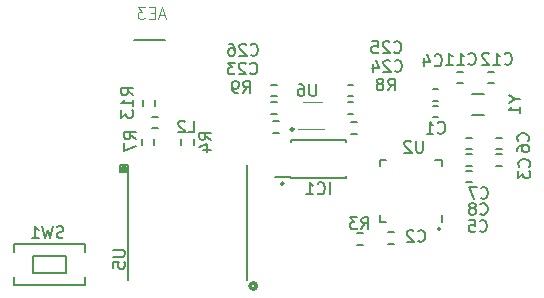
<source format=gbo>
G04 #@! TF.FileFunction,Legend,Bot*
%FSLAX46Y46*%
G04 Gerber Fmt 4.6, Leading zero omitted, Abs format (unit mm)*
G04 Created by KiCad (PCBNEW 4.0.5+dfsg1-4) date Tue Oct  2 15:16:33 2018*
%MOMM*%
%LPD*%
G01*
G04 APERTURE LIST*
%ADD10C,0.100000*%
%ADD11C,0.300000*%
%ADD12C,0.200000*%
%ADD13C,0.127000*%
%ADD14C,0.150000*%
%ADD15C,0.120000*%
%ADD16C,0.050000*%
G04 APERTURE END LIST*
D10*
D11*
X154046023Y-113310000D02*
G75*
G03X154046023Y-113310000I-86023J0D01*
G01*
D12*
X153271327Y-117900000D02*
G75*
G03X153271327Y-117900000I-151327J0D01*
G01*
D11*
X150944008Y-126570000D02*
G75*
G03X150944008Y-126570000I-264008J0D01*
G01*
D12*
X166540000Y-121740000D02*
G75*
G03X166540000Y-121740000I-120000J0D01*
G01*
D13*
X140600000Y-105700000D02*
X143200000Y-105700000D01*
D14*
X153875000Y-117425000D02*
X153875000Y-117325000D01*
X158525000Y-117425000D02*
X158525000Y-117225000D01*
X158525000Y-114175000D02*
X158525000Y-114375000D01*
X153875000Y-114175000D02*
X153875000Y-114375000D01*
X153875000Y-117425000D02*
X158525000Y-117425000D01*
X153875000Y-114175000D02*
X158525000Y-114175000D01*
X153875000Y-117325000D02*
X152525000Y-117325000D01*
D12*
X139880000Y-116900000D02*
X139880000Y-116500000D01*
X139880000Y-116500000D02*
X139530000Y-116500000D01*
X139530000Y-116500000D02*
X139530000Y-116800000D01*
X139530000Y-116800000D02*
X139730000Y-116800000D01*
X139730000Y-116800000D02*
X139730000Y-116600000D01*
X139730000Y-116600000D02*
X139630000Y-116600000D01*
X140030000Y-116350000D02*
X139380000Y-116350000D01*
X139380000Y-116350000D02*
X139380000Y-116950000D01*
X139380000Y-116950000D02*
X140030000Y-116950000D01*
X150130000Y-126050000D02*
X150130000Y-116350000D01*
X140030000Y-124400000D02*
X140030000Y-116350000D01*
X140030000Y-126050000D02*
X140030000Y-124400000D01*
D14*
X166350000Y-112275000D02*
X165850000Y-112275000D01*
X165850000Y-111325000D02*
X166350000Y-111325000D01*
X162050000Y-122025000D02*
X162550000Y-122025000D01*
X162550000Y-122975000D02*
X162050000Y-122975000D01*
X171750000Y-116375000D02*
X171250000Y-116375000D01*
X171250000Y-115425000D02*
X171750000Y-115425000D01*
X171750000Y-114975000D02*
X171250000Y-114975000D01*
X171250000Y-114025000D02*
X171750000Y-114025000D01*
X169150000Y-114975000D02*
X168650000Y-114975000D01*
X168650000Y-114025000D02*
X169150000Y-114025000D01*
X169150000Y-116375000D02*
X168650000Y-116375000D01*
X168650000Y-115425000D02*
X169150000Y-115425000D01*
X167950000Y-108425000D02*
X168450000Y-108425000D01*
X168450000Y-109375000D02*
X167950000Y-109375000D01*
X170550000Y-108425000D02*
X171050000Y-108425000D01*
X171050000Y-109375000D02*
X170550000Y-109375000D01*
X152150000Y-111025000D02*
X152650000Y-111025000D01*
X152650000Y-111975000D02*
X152150000Y-111975000D01*
X158650000Y-111025000D02*
X159150000Y-111025000D01*
X159150000Y-111975000D02*
X158650000Y-111975000D01*
X158650000Y-109525000D02*
X159150000Y-109525000D01*
X159150000Y-110475000D02*
X158650000Y-110475000D01*
X152150000Y-109525000D02*
X152650000Y-109525000D01*
X152650000Y-110475000D02*
X152150000Y-110475000D01*
X159450000Y-122075000D02*
X159950000Y-122075000D01*
X159950000Y-123125000D02*
X159450000Y-123125000D01*
X158950000Y-112675000D02*
X159450000Y-112675000D01*
X159450000Y-113725000D02*
X158950000Y-113725000D01*
X152850000Y-113625000D02*
X152350000Y-113625000D01*
X152350000Y-112575000D02*
X152850000Y-112575000D01*
X132000000Y-125450000D02*
X134800000Y-125450000D01*
X134800000Y-125450000D02*
X134800000Y-124050000D01*
X134800000Y-124050000D02*
X132000000Y-124050000D01*
X132000000Y-124050000D02*
X132000000Y-125450000D01*
X136400000Y-126500000D02*
X136400000Y-125850000D01*
X136400000Y-123000000D02*
X136400000Y-123650000D01*
X130400000Y-123650000D02*
X130400000Y-123000000D01*
X130400000Y-126500000D02*
X130400000Y-125850000D01*
X136400000Y-126500000D02*
X130400000Y-126500000D01*
X130400000Y-123000000D02*
X136400000Y-123000000D01*
X166625000Y-115875000D02*
X166100000Y-115875000D01*
X161375000Y-121125000D02*
X161900000Y-121125000D01*
X161375000Y-115875000D02*
X161900000Y-115875000D01*
X166625000Y-121125000D02*
X166625000Y-120600000D01*
X161375000Y-121125000D02*
X161375000Y-120600000D01*
X161375000Y-115875000D02*
X161375000Y-116400000D01*
X166625000Y-115875000D02*
X166625000Y-116400000D01*
D15*
X156700000Y-113250000D02*
X154500000Y-113250000D01*
X156500000Y-110950000D02*
X154900000Y-110950000D01*
D14*
X169200000Y-110300000D02*
X170200000Y-110300000D01*
X169200000Y-112100000D02*
X170200000Y-112100000D01*
X166350000Y-110875000D02*
X165850000Y-110875000D01*
X165850000Y-109925000D02*
X166350000Y-109925000D01*
X169150000Y-117775000D02*
X168650000Y-117775000D01*
X168650000Y-116825000D02*
X169150000Y-116825000D01*
X142090000Y-112225000D02*
X142590000Y-112225000D01*
X142590000Y-113175000D02*
X142090000Y-113175000D01*
X144575000Y-114600000D02*
X144575000Y-114100000D01*
X145625000Y-114100000D02*
X145625000Y-114600000D01*
X141255000Y-114590000D02*
X141255000Y-114090000D01*
X142305000Y-114090000D02*
X142305000Y-114590000D01*
X141325000Y-111300000D02*
X141325000Y-110800000D01*
X142375000Y-110800000D02*
X142375000Y-111300000D01*
D16*
X143219793Y-103667113D02*
X142742327Y-103667113D01*
X143315287Y-103953593D02*
X142981060Y-102950913D01*
X142646833Y-103953593D01*
X142312607Y-103428380D02*
X141978380Y-103428380D01*
X141835140Y-103953593D02*
X142312607Y-103953593D01*
X142312607Y-102950913D01*
X141835140Y-102950913D01*
X141500913Y-102950913D02*
X140880206Y-102950913D01*
X141214433Y-103332887D01*
X141071193Y-103332887D01*
X140975700Y-103380633D01*
X140927953Y-103428380D01*
X140880206Y-103523873D01*
X140880206Y-103762607D01*
X140927953Y-103858100D01*
X140975700Y-103905847D01*
X141071193Y-103953593D01*
X141357673Y-103953593D01*
X141453166Y-103905847D01*
X141500913Y-103858100D01*
D14*
X157176190Y-118802381D02*
X157176190Y-117802381D01*
X156128571Y-118707143D02*
X156176190Y-118754762D01*
X156319047Y-118802381D01*
X156414285Y-118802381D01*
X156557143Y-118754762D01*
X156652381Y-118659524D01*
X156700000Y-118564286D01*
X156747619Y-118373810D01*
X156747619Y-118230952D01*
X156700000Y-118040476D01*
X156652381Y-117945238D01*
X156557143Y-117850000D01*
X156414285Y-117802381D01*
X156319047Y-117802381D01*
X156176190Y-117850000D01*
X156128571Y-117897619D01*
X155176190Y-118802381D02*
X155747619Y-118802381D01*
X155461905Y-118802381D02*
X155461905Y-117802381D01*
X155557143Y-117945238D01*
X155652381Y-118040476D01*
X155747619Y-118088095D01*
X138802381Y-123518095D02*
X139611905Y-123518095D01*
X139707143Y-123565714D01*
X139754762Y-123613333D01*
X139802381Y-123708571D01*
X139802381Y-123899048D01*
X139754762Y-123994286D01*
X139707143Y-124041905D01*
X139611905Y-124089524D01*
X138802381Y-124089524D01*
X138802381Y-125041905D02*
X138802381Y-124565714D01*
X139278571Y-124518095D01*
X139230952Y-124565714D01*
X139183333Y-124660952D01*
X139183333Y-124899048D01*
X139230952Y-124994286D01*
X139278571Y-125041905D01*
X139373810Y-125089524D01*
X139611905Y-125089524D01*
X139707143Y-125041905D01*
X139754762Y-124994286D01*
X139802381Y-124899048D01*
X139802381Y-124660952D01*
X139754762Y-124565714D01*
X139707143Y-124518095D01*
X166296666Y-113567143D02*
X166344285Y-113614762D01*
X166487142Y-113662381D01*
X166582380Y-113662381D01*
X166725238Y-113614762D01*
X166820476Y-113519524D01*
X166868095Y-113424286D01*
X166915714Y-113233810D01*
X166915714Y-113090952D01*
X166868095Y-112900476D01*
X166820476Y-112805238D01*
X166725238Y-112710000D01*
X166582380Y-112662381D01*
X166487142Y-112662381D01*
X166344285Y-112710000D01*
X166296666Y-112757619D01*
X165344285Y-113662381D02*
X165915714Y-113662381D01*
X165630000Y-113662381D02*
X165630000Y-112662381D01*
X165725238Y-112805238D01*
X165820476Y-112900476D01*
X165915714Y-112948095D01*
X164616666Y-122737143D02*
X164664285Y-122784762D01*
X164807142Y-122832381D01*
X164902380Y-122832381D01*
X165045238Y-122784762D01*
X165140476Y-122689524D01*
X165188095Y-122594286D01*
X165235714Y-122403810D01*
X165235714Y-122260952D01*
X165188095Y-122070476D01*
X165140476Y-121975238D01*
X165045238Y-121880000D01*
X164902380Y-121832381D01*
X164807142Y-121832381D01*
X164664285Y-121880000D01*
X164616666Y-121927619D01*
X164235714Y-121927619D02*
X164188095Y-121880000D01*
X164092857Y-121832381D01*
X163854761Y-121832381D01*
X163759523Y-121880000D01*
X163711904Y-121927619D01*
X163664285Y-122022857D01*
X163664285Y-122118095D01*
X163711904Y-122260952D01*
X164283333Y-122832381D01*
X163664285Y-122832381D01*
X174017143Y-116463334D02*
X174064762Y-116415715D01*
X174112381Y-116272858D01*
X174112381Y-116177620D01*
X174064762Y-116034762D01*
X173969524Y-115939524D01*
X173874286Y-115891905D01*
X173683810Y-115844286D01*
X173540952Y-115844286D01*
X173350476Y-115891905D01*
X173255238Y-115939524D01*
X173160000Y-116034762D01*
X173112381Y-116177620D01*
X173112381Y-116272858D01*
X173160000Y-116415715D01*
X173207619Y-116463334D01*
X173112381Y-116796667D02*
X173112381Y-117415715D01*
X173493333Y-117082381D01*
X173493333Y-117225239D01*
X173540952Y-117320477D01*
X173588571Y-117368096D01*
X173683810Y-117415715D01*
X173921905Y-117415715D01*
X174017143Y-117368096D01*
X174064762Y-117320477D01*
X174112381Y-117225239D01*
X174112381Y-116939524D01*
X174064762Y-116844286D01*
X174017143Y-116796667D01*
X173927143Y-114273334D02*
X173974762Y-114225715D01*
X174022381Y-114082858D01*
X174022381Y-113987620D01*
X173974762Y-113844762D01*
X173879524Y-113749524D01*
X173784286Y-113701905D01*
X173593810Y-113654286D01*
X173450952Y-113654286D01*
X173260476Y-113701905D01*
X173165238Y-113749524D01*
X173070000Y-113844762D01*
X173022381Y-113987620D01*
X173022381Y-114082858D01*
X173070000Y-114225715D01*
X173117619Y-114273334D01*
X173022381Y-115130477D02*
X173022381Y-114940000D01*
X173070000Y-114844762D01*
X173117619Y-114797143D01*
X173260476Y-114701905D01*
X173450952Y-114654286D01*
X173831905Y-114654286D01*
X173927143Y-114701905D01*
X173974762Y-114749524D01*
X174022381Y-114844762D01*
X174022381Y-115035239D01*
X173974762Y-115130477D01*
X173927143Y-115178096D01*
X173831905Y-115225715D01*
X173593810Y-115225715D01*
X173498571Y-115178096D01*
X173450952Y-115130477D01*
X173403333Y-115035239D01*
X173403333Y-114844762D01*
X173450952Y-114749524D01*
X173498571Y-114701905D01*
X173593810Y-114654286D01*
X169926666Y-119097143D02*
X169974285Y-119144762D01*
X170117142Y-119192381D01*
X170212380Y-119192381D01*
X170355238Y-119144762D01*
X170450476Y-119049524D01*
X170498095Y-118954286D01*
X170545714Y-118763810D01*
X170545714Y-118620952D01*
X170498095Y-118430476D01*
X170450476Y-118335238D01*
X170355238Y-118240000D01*
X170212380Y-118192381D01*
X170117142Y-118192381D01*
X169974285Y-118240000D01*
X169926666Y-118287619D01*
X169593333Y-118192381D02*
X168926666Y-118192381D01*
X169355238Y-119192381D01*
X169886666Y-120447143D02*
X169934285Y-120494762D01*
X170077142Y-120542381D01*
X170172380Y-120542381D01*
X170315238Y-120494762D01*
X170410476Y-120399524D01*
X170458095Y-120304286D01*
X170505714Y-120113810D01*
X170505714Y-119970952D01*
X170458095Y-119780476D01*
X170410476Y-119685238D01*
X170315238Y-119590000D01*
X170172380Y-119542381D01*
X170077142Y-119542381D01*
X169934285Y-119590000D01*
X169886666Y-119637619D01*
X169315238Y-119970952D02*
X169410476Y-119923333D01*
X169458095Y-119875714D01*
X169505714Y-119780476D01*
X169505714Y-119732857D01*
X169458095Y-119637619D01*
X169410476Y-119590000D01*
X169315238Y-119542381D01*
X169124761Y-119542381D01*
X169029523Y-119590000D01*
X168981904Y-119637619D01*
X168934285Y-119732857D01*
X168934285Y-119780476D01*
X168981904Y-119875714D01*
X169029523Y-119923333D01*
X169124761Y-119970952D01*
X169315238Y-119970952D01*
X169410476Y-120018571D01*
X169458095Y-120066190D01*
X169505714Y-120161429D01*
X169505714Y-120351905D01*
X169458095Y-120447143D01*
X169410476Y-120494762D01*
X169315238Y-120542381D01*
X169124761Y-120542381D01*
X169029523Y-120494762D01*
X168981904Y-120447143D01*
X168934285Y-120351905D01*
X168934285Y-120161429D01*
X168981904Y-120066190D01*
X169029523Y-120018571D01*
X169124761Y-119970952D01*
X168892857Y-107757143D02*
X168940476Y-107804762D01*
X169083333Y-107852381D01*
X169178571Y-107852381D01*
X169321429Y-107804762D01*
X169416667Y-107709524D01*
X169464286Y-107614286D01*
X169511905Y-107423810D01*
X169511905Y-107280952D01*
X169464286Y-107090476D01*
X169416667Y-106995238D01*
X169321429Y-106900000D01*
X169178571Y-106852381D01*
X169083333Y-106852381D01*
X168940476Y-106900000D01*
X168892857Y-106947619D01*
X167940476Y-107852381D02*
X168511905Y-107852381D01*
X168226191Y-107852381D02*
X168226191Y-106852381D01*
X168321429Y-106995238D01*
X168416667Y-107090476D01*
X168511905Y-107138095D01*
X166988095Y-107852381D02*
X167559524Y-107852381D01*
X167273810Y-107852381D02*
X167273810Y-106852381D01*
X167369048Y-106995238D01*
X167464286Y-107090476D01*
X167559524Y-107138095D01*
X171952857Y-107737143D02*
X172000476Y-107784762D01*
X172143333Y-107832381D01*
X172238571Y-107832381D01*
X172381429Y-107784762D01*
X172476667Y-107689524D01*
X172524286Y-107594286D01*
X172571905Y-107403810D01*
X172571905Y-107260952D01*
X172524286Y-107070476D01*
X172476667Y-106975238D01*
X172381429Y-106880000D01*
X172238571Y-106832381D01*
X172143333Y-106832381D01*
X172000476Y-106880000D01*
X171952857Y-106927619D01*
X171000476Y-107832381D02*
X171571905Y-107832381D01*
X171286191Y-107832381D02*
X171286191Y-106832381D01*
X171381429Y-106975238D01*
X171476667Y-107070476D01*
X171571905Y-107118095D01*
X170619524Y-106927619D02*
X170571905Y-106880000D01*
X170476667Y-106832381D01*
X170238571Y-106832381D01*
X170143333Y-106880000D01*
X170095714Y-106927619D01*
X170048095Y-107022857D01*
X170048095Y-107118095D01*
X170095714Y-107260952D01*
X170667143Y-107832381D01*
X170048095Y-107832381D01*
X150402857Y-108567143D02*
X150450476Y-108614762D01*
X150593333Y-108662381D01*
X150688571Y-108662381D01*
X150831429Y-108614762D01*
X150926667Y-108519524D01*
X150974286Y-108424286D01*
X151021905Y-108233810D01*
X151021905Y-108090952D01*
X150974286Y-107900476D01*
X150926667Y-107805238D01*
X150831429Y-107710000D01*
X150688571Y-107662381D01*
X150593333Y-107662381D01*
X150450476Y-107710000D01*
X150402857Y-107757619D01*
X150021905Y-107757619D02*
X149974286Y-107710000D01*
X149879048Y-107662381D01*
X149640952Y-107662381D01*
X149545714Y-107710000D01*
X149498095Y-107757619D01*
X149450476Y-107852857D01*
X149450476Y-107948095D01*
X149498095Y-108090952D01*
X150069524Y-108662381D01*
X149450476Y-108662381D01*
X149117143Y-107662381D02*
X148498095Y-107662381D01*
X148831429Y-108043333D01*
X148688571Y-108043333D01*
X148593333Y-108090952D01*
X148545714Y-108138571D01*
X148498095Y-108233810D01*
X148498095Y-108471905D01*
X148545714Y-108567143D01*
X148593333Y-108614762D01*
X148688571Y-108662381D01*
X148974286Y-108662381D01*
X149069524Y-108614762D01*
X149117143Y-108567143D01*
X162642857Y-108347143D02*
X162690476Y-108394762D01*
X162833333Y-108442381D01*
X162928571Y-108442381D01*
X163071429Y-108394762D01*
X163166667Y-108299524D01*
X163214286Y-108204286D01*
X163261905Y-108013810D01*
X163261905Y-107870952D01*
X163214286Y-107680476D01*
X163166667Y-107585238D01*
X163071429Y-107490000D01*
X162928571Y-107442381D01*
X162833333Y-107442381D01*
X162690476Y-107490000D01*
X162642857Y-107537619D01*
X162261905Y-107537619D02*
X162214286Y-107490000D01*
X162119048Y-107442381D01*
X161880952Y-107442381D01*
X161785714Y-107490000D01*
X161738095Y-107537619D01*
X161690476Y-107632857D01*
X161690476Y-107728095D01*
X161738095Y-107870952D01*
X162309524Y-108442381D01*
X161690476Y-108442381D01*
X160833333Y-107775714D02*
X160833333Y-108442381D01*
X161071429Y-107394762D02*
X161309524Y-108109048D01*
X160690476Y-108109048D01*
X162582857Y-106757143D02*
X162630476Y-106804762D01*
X162773333Y-106852381D01*
X162868571Y-106852381D01*
X163011429Y-106804762D01*
X163106667Y-106709524D01*
X163154286Y-106614286D01*
X163201905Y-106423810D01*
X163201905Y-106280952D01*
X163154286Y-106090476D01*
X163106667Y-105995238D01*
X163011429Y-105900000D01*
X162868571Y-105852381D01*
X162773333Y-105852381D01*
X162630476Y-105900000D01*
X162582857Y-105947619D01*
X162201905Y-105947619D02*
X162154286Y-105900000D01*
X162059048Y-105852381D01*
X161820952Y-105852381D01*
X161725714Y-105900000D01*
X161678095Y-105947619D01*
X161630476Y-106042857D01*
X161630476Y-106138095D01*
X161678095Y-106280952D01*
X162249524Y-106852381D01*
X161630476Y-106852381D01*
X160725714Y-105852381D02*
X161201905Y-105852381D01*
X161249524Y-106328571D01*
X161201905Y-106280952D01*
X161106667Y-106233333D01*
X160868571Y-106233333D01*
X160773333Y-106280952D01*
X160725714Y-106328571D01*
X160678095Y-106423810D01*
X160678095Y-106661905D01*
X160725714Y-106757143D01*
X160773333Y-106804762D01*
X160868571Y-106852381D01*
X161106667Y-106852381D01*
X161201905Y-106804762D01*
X161249524Y-106757143D01*
X150452857Y-106977143D02*
X150500476Y-107024762D01*
X150643333Y-107072381D01*
X150738571Y-107072381D01*
X150881429Y-107024762D01*
X150976667Y-106929524D01*
X151024286Y-106834286D01*
X151071905Y-106643810D01*
X151071905Y-106500952D01*
X151024286Y-106310476D01*
X150976667Y-106215238D01*
X150881429Y-106120000D01*
X150738571Y-106072381D01*
X150643333Y-106072381D01*
X150500476Y-106120000D01*
X150452857Y-106167619D01*
X150071905Y-106167619D02*
X150024286Y-106120000D01*
X149929048Y-106072381D01*
X149690952Y-106072381D01*
X149595714Y-106120000D01*
X149548095Y-106167619D01*
X149500476Y-106262857D01*
X149500476Y-106358095D01*
X149548095Y-106500952D01*
X150119524Y-107072381D01*
X149500476Y-107072381D01*
X148643333Y-106072381D02*
X148833810Y-106072381D01*
X148929048Y-106120000D01*
X148976667Y-106167619D01*
X149071905Y-106310476D01*
X149119524Y-106500952D01*
X149119524Y-106881905D01*
X149071905Y-106977143D01*
X149024286Y-107024762D01*
X148929048Y-107072381D01*
X148738571Y-107072381D01*
X148643333Y-107024762D01*
X148595714Y-106977143D01*
X148548095Y-106881905D01*
X148548095Y-106643810D01*
X148595714Y-106548571D01*
X148643333Y-106500952D01*
X148738571Y-106453333D01*
X148929048Y-106453333D01*
X149024286Y-106500952D01*
X149071905Y-106548571D01*
X149119524Y-106643810D01*
X159826666Y-121752381D02*
X160160000Y-121276190D01*
X160398095Y-121752381D02*
X160398095Y-120752381D01*
X160017142Y-120752381D01*
X159921904Y-120800000D01*
X159874285Y-120847619D01*
X159826666Y-120942857D01*
X159826666Y-121085714D01*
X159874285Y-121180952D01*
X159921904Y-121228571D01*
X160017142Y-121276190D01*
X160398095Y-121276190D01*
X159493333Y-120752381D02*
X158874285Y-120752381D01*
X159207619Y-121133333D01*
X159064761Y-121133333D01*
X158969523Y-121180952D01*
X158921904Y-121228571D01*
X158874285Y-121323810D01*
X158874285Y-121561905D01*
X158921904Y-121657143D01*
X158969523Y-121704762D01*
X159064761Y-121752381D01*
X159350476Y-121752381D01*
X159445714Y-121704762D01*
X159493333Y-121657143D01*
X162076666Y-110002381D02*
X162410000Y-109526190D01*
X162648095Y-110002381D02*
X162648095Y-109002381D01*
X162267142Y-109002381D01*
X162171904Y-109050000D01*
X162124285Y-109097619D01*
X162076666Y-109192857D01*
X162076666Y-109335714D01*
X162124285Y-109430952D01*
X162171904Y-109478571D01*
X162267142Y-109526190D01*
X162648095Y-109526190D01*
X161505238Y-109430952D02*
X161600476Y-109383333D01*
X161648095Y-109335714D01*
X161695714Y-109240476D01*
X161695714Y-109192857D01*
X161648095Y-109097619D01*
X161600476Y-109050000D01*
X161505238Y-109002381D01*
X161314761Y-109002381D01*
X161219523Y-109050000D01*
X161171904Y-109097619D01*
X161124285Y-109192857D01*
X161124285Y-109240476D01*
X161171904Y-109335714D01*
X161219523Y-109383333D01*
X161314761Y-109430952D01*
X161505238Y-109430952D01*
X161600476Y-109478571D01*
X161648095Y-109526190D01*
X161695714Y-109621429D01*
X161695714Y-109811905D01*
X161648095Y-109907143D01*
X161600476Y-109954762D01*
X161505238Y-110002381D01*
X161314761Y-110002381D01*
X161219523Y-109954762D01*
X161171904Y-109907143D01*
X161124285Y-109811905D01*
X161124285Y-109621429D01*
X161171904Y-109526190D01*
X161219523Y-109478571D01*
X161314761Y-109430952D01*
X149816666Y-110232381D02*
X150150000Y-109756190D01*
X150388095Y-110232381D02*
X150388095Y-109232381D01*
X150007142Y-109232381D01*
X149911904Y-109280000D01*
X149864285Y-109327619D01*
X149816666Y-109422857D01*
X149816666Y-109565714D01*
X149864285Y-109660952D01*
X149911904Y-109708571D01*
X150007142Y-109756190D01*
X150388095Y-109756190D01*
X149340476Y-110232381D02*
X149150000Y-110232381D01*
X149054761Y-110184762D01*
X149007142Y-110137143D01*
X148911904Y-109994286D01*
X148864285Y-109803810D01*
X148864285Y-109422857D01*
X148911904Y-109327619D01*
X148959523Y-109280000D01*
X149054761Y-109232381D01*
X149245238Y-109232381D01*
X149340476Y-109280000D01*
X149388095Y-109327619D01*
X149435714Y-109422857D01*
X149435714Y-109660952D01*
X149388095Y-109756190D01*
X149340476Y-109803810D01*
X149245238Y-109851429D01*
X149054761Y-109851429D01*
X148959523Y-109803810D01*
X148911904Y-109756190D01*
X148864285Y-109660952D01*
X134583333Y-122454762D02*
X134440476Y-122502381D01*
X134202380Y-122502381D01*
X134107142Y-122454762D01*
X134059523Y-122407143D01*
X134011904Y-122311905D01*
X134011904Y-122216667D01*
X134059523Y-122121429D01*
X134107142Y-122073810D01*
X134202380Y-122026190D01*
X134392857Y-121978571D01*
X134488095Y-121930952D01*
X134535714Y-121883333D01*
X134583333Y-121788095D01*
X134583333Y-121692857D01*
X134535714Y-121597619D01*
X134488095Y-121550000D01*
X134392857Y-121502381D01*
X134154761Y-121502381D01*
X134011904Y-121550000D01*
X133678571Y-121502381D02*
X133440476Y-122502381D01*
X133249999Y-121788095D01*
X133059523Y-122502381D01*
X132821428Y-121502381D01*
X131916666Y-122502381D02*
X132488095Y-122502381D01*
X132202381Y-122502381D02*
X132202381Y-121502381D01*
X132297619Y-121645238D01*
X132392857Y-121740476D01*
X132488095Y-121788095D01*
X165021905Y-114282381D02*
X165021905Y-115091905D01*
X164974286Y-115187143D01*
X164926667Y-115234762D01*
X164831429Y-115282381D01*
X164640952Y-115282381D01*
X164545714Y-115234762D01*
X164498095Y-115187143D01*
X164450476Y-115091905D01*
X164450476Y-114282381D01*
X164021905Y-114377619D02*
X163974286Y-114330000D01*
X163879048Y-114282381D01*
X163640952Y-114282381D01*
X163545714Y-114330000D01*
X163498095Y-114377619D01*
X163450476Y-114472857D01*
X163450476Y-114568095D01*
X163498095Y-114710952D01*
X164069524Y-115282381D01*
X163450476Y-115282381D01*
X155991905Y-109472381D02*
X155991905Y-110281905D01*
X155944286Y-110377143D01*
X155896667Y-110424762D01*
X155801429Y-110472381D01*
X155610952Y-110472381D01*
X155515714Y-110424762D01*
X155468095Y-110377143D01*
X155420476Y-110281905D01*
X155420476Y-109472381D01*
X154515714Y-109472381D02*
X154706191Y-109472381D01*
X154801429Y-109520000D01*
X154849048Y-109567619D01*
X154944286Y-109710476D01*
X154991905Y-109900952D01*
X154991905Y-110281905D01*
X154944286Y-110377143D01*
X154896667Y-110424762D01*
X154801429Y-110472381D01*
X154610952Y-110472381D01*
X154515714Y-110424762D01*
X154468095Y-110377143D01*
X154420476Y-110281905D01*
X154420476Y-110043810D01*
X154468095Y-109948571D01*
X154515714Y-109900952D01*
X154610952Y-109853333D01*
X154801429Y-109853333D01*
X154896667Y-109900952D01*
X154944286Y-109948571D01*
X154991905Y-110043810D01*
X172816190Y-110773809D02*
X173292381Y-110773809D01*
X172292381Y-110440476D02*
X172816190Y-110773809D01*
X172292381Y-111107143D01*
X173292381Y-111964286D02*
X173292381Y-111392857D01*
X173292381Y-111678571D02*
X172292381Y-111678571D01*
X172435238Y-111583333D01*
X172530476Y-111488095D01*
X172578095Y-111392857D01*
X166016666Y-107867143D02*
X166064285Y-107914762D01*
X166207142Y-107962381D01*
X166302380Y-107962381D01*
X166445238Y-107914762D01*
X166540476Y-107819524D01*
X166588095Y-107724286D01*
X166635714Y-107533810D01*
X166635714Y-107390952D01*
X166588095Y-107200476D01*
X166540476Y-107105238D01*
X166445238Y-107010000D01*
X166302380Y-106962381D01*
X166207142Y-106962381D01*
X166064285Y-107010000D01*
X166016666Y-107057619D01*
X165159523Y-107295714D02*
X165159523Y-107962381D01*
X165397619Y-106914762D02*
X165635714Y-107629048D01*
X165016666Y-107629048D01*
X169846666Y-121897143D02*
X169894285Y-121944762D01*
X170037142Y-121992381D01*
X170132380Y-121992381D01*
X170275238Y-121944762D01*
X170370476Y-121849524D01*
X170418095Y-121754286D01*
X170465714Y-121563810D01*
X170465714Y-121420952D01*
X170418095Y-121230476D01*
X170370476Y-121135238D01*
X170275238Y-121040000D01*
X170132380Y-120992381D01*
X170037142Y-120992381D01*
X169894285Y-121040000D01*
X169846666Y-121087619D01*
X168941904Y-120992381D02*
X169418095Y-120992381D01*
X169465714Y-121468571D01*
X169418095Y-121420952D01*
X169322857Y-121373333D01*
X169084761Y-121373333D01*
X168989523Y-121420952D01*
X168941904Y-121468571D01*
X168894285Y-121563810D01*
X168894285Y-121801905D01*
X168941904Y-121897143D01*
X168989523Y-121944762D01*
X169084761Y-121992381D01*
X169322857Y-121992381D01*
X169418095Y-121944762D01*
X169465714Y-121897143D01*
X145176666Y-113572381D02*
X145652857Y-113572381D01*
X145652857Y-112572381D01*
X144890952Y-112667619D02*
X144843333Y-112620000D01*
X144748095Y-112572381D01*
X144509999Y-112572381D01*
X144414761Y-112620000D01*
X144367142Y-112667619D01*
X144319523Y-112762857D01*
X144319523Y-112858095D01*
X144367142Y-113000952D01*
X144938571Y-113572381D01*
X144319523Y-113572381D01*
X147102381Y-114183334D02*
X146626190Y-113850000D01*
X147102381Y-113611905D02*
X146102381Y-113611905D01*
X146102381Y-113992858D01*
X146150000Y-114088096D01*
X146197619Y-114135715D01*
X146292857Y-114183334D01*
X146435714Y-114183334D01*
X146530952Y-114135715D01*
X146578571Y-114088096D01*
X146626190Y-113992858D01*
X146626190Y-113611905D01*
X146435714Y-115040477D02*
X147102381Y-115040477D01*
X146054762Y-114802381D02*
X146769048Y-114564286D01*
X146769048Y-115183334D01*
X140752381Y-114143334D02*
X140276190Y-113810000D01*
X140752381Y-113571905D02*
X139752381Y-113571905D01*
X139752381Y-113952858D01*
X139800000Y-114048096D01*
X139847619Y-114095715D01*
X139942857Y-114143334D01*
X140085714Y-114143334D01*
X140180952Y-114095715D01*
X140228571Y-114048096D01*
X140276190Y-113952858D01*
X140276190Y-113571905D01*
X139752381Y-114476667D02*
X139752381Y-115143334D01*
X140752381Y-114714762D01*
X140502381Y-110407143D02*
X140026190Y-110073809D01*
X140502381Y-109835714D02*
X139502381Y-109835714D01*
X139502381Y-110216667D01*
X139550000Y-110311905D01*
X139597619Y-110359524D01*
X139692857Y-110407143D01*
X139835714Y-110407143D01*
X139930952Y-110359524D01*
X139978571Y-110311905D01*
X140026190Y-110216667D01*
X140026190Y-109835714D01*
X140502381Y-111359524D02*
X140502381Y-110788095D01*
X140502381Y-111073809D02*
X139502381Y-111073809D01*
X139645238Y-110978571D01*
X139740476Y-110883333D01*
X139788095Y-110788095D01*
X139502381Y-111692857D02*
X139502381Y-112311905D01*
X139883333Y-111978571D01*
X139883333Y-112121429D01*
X139930952Y-112216667D01*
X139978571Y-112264286D01*
X140073810Y-112311905D01*
X140311905Y-112311905D01*
X140407143Y-112264286D01*
X140454762Y-112216667D01*
X140502381Y-112121429D01*
X140502381Y-111835714D01*
X140454762Y-111740476D01*
X140407143Y-111692857D01*
M02*

</source>
